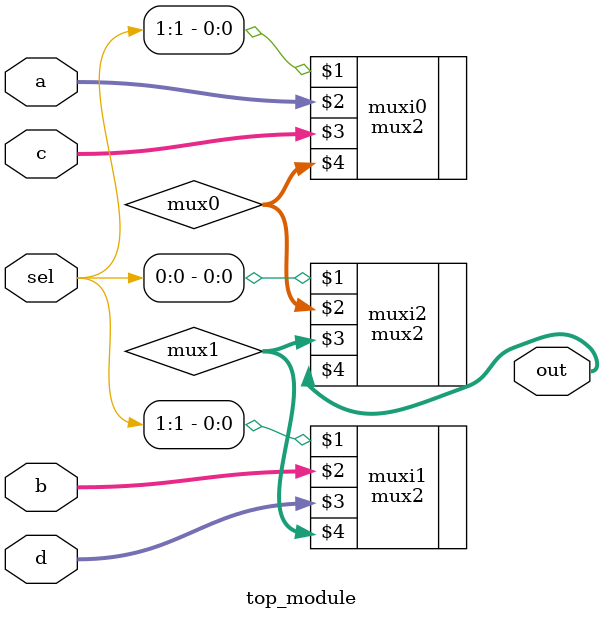
<source format=v>
module top_module (
    input [1:0] sel,
    input [7:0] a,
    input [7:0] b,
    input [7:0] c,
    input [7:0] d,
    output [7:0] out  ); //

    wire [7:0] mux0, mux1;
    mux2 muxi0 ( sel[1],    a,    c, mux0 );
    mux2 muxi1 ( sel[1],    b,    d, mux1 );
    mux2 muxi2 ( sel[0], mux0, mux1,  out );

endmodule

</source>
